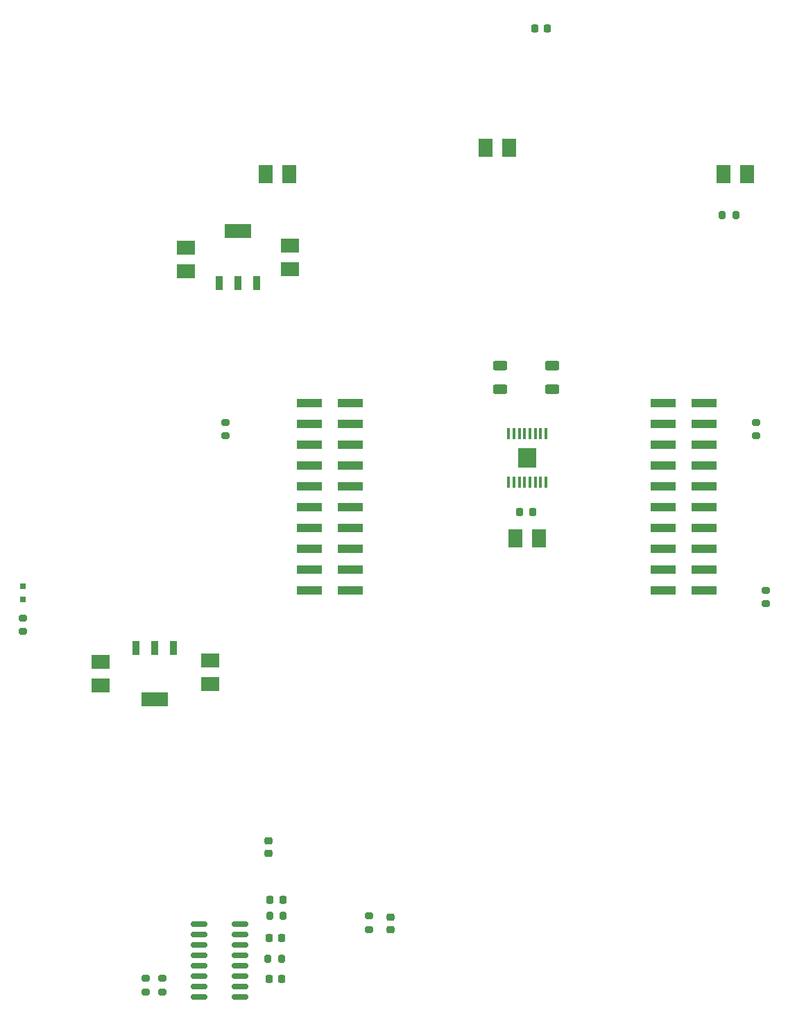
<source format=gtp>
G04 #@! TF.GenerationSoftware,KiCad,Pcbnew,8.0.7*
G04 #@! TF.CreationDate,2025-10-03T10:30:52-04:00*
G04 #@! TF.ProjectId,MotorBoardv3_2,4d6f746f-7242-46f6-9172-6476335f322e,V2.0.2b*
G04 #@! TF.SameCoordinates,Original*
G04 #@! TF.FileFunction,Paste,Top*
G04 #@! TF.FilePolarity,Positive*
%FSLAX46Y46*%
G04 Gerber Fmt 4.6, Leading zero omitted, Abs format (unit mm)*
G04 Created by KiCad (PCBNEW 8.0.7) date 2025-10-03 10:30:52*
%MOMM*%
%LPD*%
G01*
G04 APERTURE LIST*
G04 Aperture macros list*
%AMRoundRect*
0 Rectangle with rounded corners*
0 $1 Rounding radius*
0 $2 $3 $4 $5 $6 $7 $8 $9 X,Y pos of 4 corners*
0 Add a 4 corners polygon primitive as box body*
4,1,4,$2,$3,$4,$5,$6,$7,$8,$9,$2,$3,0*
0 Add four circle primitives for the rounded corners*
1,1,$1+$1,$2,$3*
1,1,$1+$1,$4,$5*
1,1,$1+$1,$6,$7*
1,1,$1+$1,$8,$9*
0 Add four rect primitives between the rounded corners*
20,1,$1+$1,$2,$3,$4,$5,0*
20,1,$1+$1,$4,$5,$6,$7,0*
20,1,$1+$1,$6,$7,$8,$9,0*
20,1,$1+$1,$8,$9,$2,$3,0*%
G04 Aperture macros list end*
%ADD10R,0.800000X0.800000*%
%ADD11RoundRect,0.200000X-0.200000X-0.275000X0.200000X-0.275000X0.200000X0.275000X-0.200000X0.275000X0*%
%ADD12RoundRect,0.225000X-0.225000X-0.250000X0.225000X-0.250000X0.225000X0.250000X-0.225000X0.250000X0*%
%ADD13RoundRect,0.200000X0.200000X0.275000X-0.200000X0.275000X-0.200000X-0.275000X0.200000X-0.275000X0*%
%ADD14RoundRect,0.200000X0.275000X-0.200000X0.275000X0.200000X-0.275000X0.200000X-0.275000X-0.200000X0*%
%ADD15R,2.300000X1.800000*%
%ADD16RoundRect,0.225000X-0.250000X0.225000X-0.250000X-0.225000X0.250000X-0.225000X0.250000X0.225000X0*%
%ADD17RoundRect,0.225000X0.225000X0.250000X-0.225000X0.250000X-0.225000X-0.250000X0.225000X-0.250000X0*%
%ADD18R,1.800000X2.300000*%
%ADD19RoundRect,0.200000X-0.275000X0.200000X-0.275000X-0.200000X0.275000X-0.200000X0.275000X0.200000X0*%
%ADD20R,3.150000X1.000000*%
%ADD21R,0.450000X1.475000*%
%ADD22R,2.310000X2.460000*%
%ADD23RoundRect,0.150000X-0.825000X-0.150000X0.825000X-0.150000X0.825000X0.150000X-0.825000X0.150000X0*%
%ADD24RoundRect,0.250000X0.625000X-0.312500X0.625000X0.312500X-0.625000X0.312500X-0.625000X-0.312500X0*%
%ADD25R,0.950000X1.750000*%
%ADD26R,3.200000X1.750000*%
G04 APERTURE END LIST*
D10*
X50165000Y-120142000D03*
X50165000Y-121792000D03*
D11*
X80315000Y-160360000D03*
X81965000Y-160360000D03*
D12*
X80230000Y-168090000D03*
X81780000Y-168090000D03*
D13*
X137212000Y-74830000D03*
X135562000Y-74830000D03*
D14*
X67210000Y-169685000D03*
X67210000Y-168035000D03*
D15*
X73025000Y-129180000D03*
X73025000Y-132080000D03*
D16*
X95060000Y-160525000D03*
X95060000Y-162075000D03*
D17*
X81905000Y-158440000D03*
X80355000Y-158440000D03*
D18*
X135710000Y-69850000D03*
X138610000Y-69850000D03*
X79830000Y-69850000D03*
X82730000Y-69850000D03*
D19*
X139700000Y-100140000D03*
X139700000Y-101790000D03*
D12*
X80265000Y-163120000D03*
X81815000Y-163120000D03*
D15*
X70104000Y-81714000D03*
X70104000Y-78814000D03*
D12*
X112682000Y-52050000D03*
X114232000Y-52050000D03*
X110845000Y-111125000D03*
X112395000Y-111125000D03*
D20*
X90170000Y-120650000D03*
X85120000Y-120650000D03*
X90170000Y-118110000D03*
X85120000Y-118110000D03*
X90170000Y-115570000D03*
X85120000Y-115570000D03*
X90170000Y-113030000D03*
X85120000Y-113030000D03*
X90170000Y-110490000D03*
X85120000Y-110490000D03*
X90170000Y-107950000D03*
X85120000Y-107950000D03*
X90170000Y-105410000D03*
X85120000Y-105410000D03*
X90170000Y-102870000D03*
X85120000Y-102870000D03*
X90170000Y-100330000D03*
X85120000Y-100330000D03*
X90170000Y-97790000D03*
X85120000Y-97790000D03*
D21*
X114035000Y-101557000D03*
X113385000Y-101557000D03*
X112735000Y-101557000D03*
X112085000Y-101557000D03*
X111435000Y-101557000D03*
X110785000Y-101557000D03*
X110135000Y-101557000D03*
X109485000Y-101557000D03*
X109485000Y-107433000D03*
X110135000Y-107433000D03*
X110785000Y-107433000D03*
X111435000Y-107433000D03*
X112085000Y-107433000D03*
X112735000Y-107433000D03*
X113385000Y-107433000D03*
X114035000Y-107433000D03*
D22*
X111760000Y-104495000D03*
D15*
X59690000Y-129360000D03*
X59690000Y-132260000D03*
D23*
X71735000Y-161415000D03*
X71735000Y-162685000D03*
X71735000Y-163955000D03*
X71735000Y-165225000D03*
X71735000Y-166495000D03*
X71735000Y-167765000D03*
X71735000Y-169035000D03*
X71735000Y-170305000D03*
X76685000Y-170305000D03*
X76685000Y-169035000D03*
X76685000Y-167765000D03*
X76685000Y-166495000D03*
X76685000Y-165225000D03*
X76685000Y-163955000D03*
X76685000Y-162685000D03*
X76685000Y-161415000D03*
D20*
X133350000Y-120650000D03*
X128300000Y-120650000D03*
X133350000Y-118110000D03*
X128300000Y-118110000D03*
X133350000Y-115570000D03*
X128300000Y-115570000D03*
X133350000Y-113030000D03*
X128300000Y-113030000D03*
X133350000Y-110490000D03*
X128300000Y-110490000D03*
X133350000Y-107950000D03*
X128300000Y-107950000D03*
X133350000Y-105410000D03*
X128300000Y-105410000D03*
X133350000Y-102870000D03*
X128300000Y-102870000D03*
X133350000Y-100330000D03*
X128300000Y-100330000D03*
X133350000Y-97790000D03*
X128300000Y-97790000D03*
D11*
X80110000Y-165650000D03*
X81760000Y-165650000D03*
D19*
X50165000Y-124016000D03*
X50165000Y-125666000D03*
D18*
X110310000Y-114300000D03*
X113210000Y-114300000D03*
D16*
X80190000Y-151245000D03*
X80190000Y-152795000D03*
D14*
X140843000Y-122300000D03*
X140843000Y-120650000D03*
D19*
X92475000Y-160415000D03*
X92475000Y-162065000D03*
D24*
X114808000Y-96143000D03*
X114808000Y-93218000D03*
D25*
X74140000Y-83135000D03*
X76440000Y-83135000D03*
X78740000Y-83135000D03*
D26*
X76440000Y-76835000D03*
D19*
X74930000Y-100140000D03*
X74930000Y-101790000D03*
D24*
X108458000Y-96143000D03*
X108458000Y-93218000D03*
D18*
X106680000Y-66675000D03*
X109580000Y-66675000D03*
D15*
X82804000Y-81460000D03*
X82804000Y-78560000D03*
D19*
X65210000Y-168035000D03*
X65210000Y-169685000D03*
D25*
X68580000Y-127660000D03*
X66280000Y-127660000D03*
X63980000Y-127660000D03*
D26*
X66280000Y-133960000D03*
M02*

</source>
